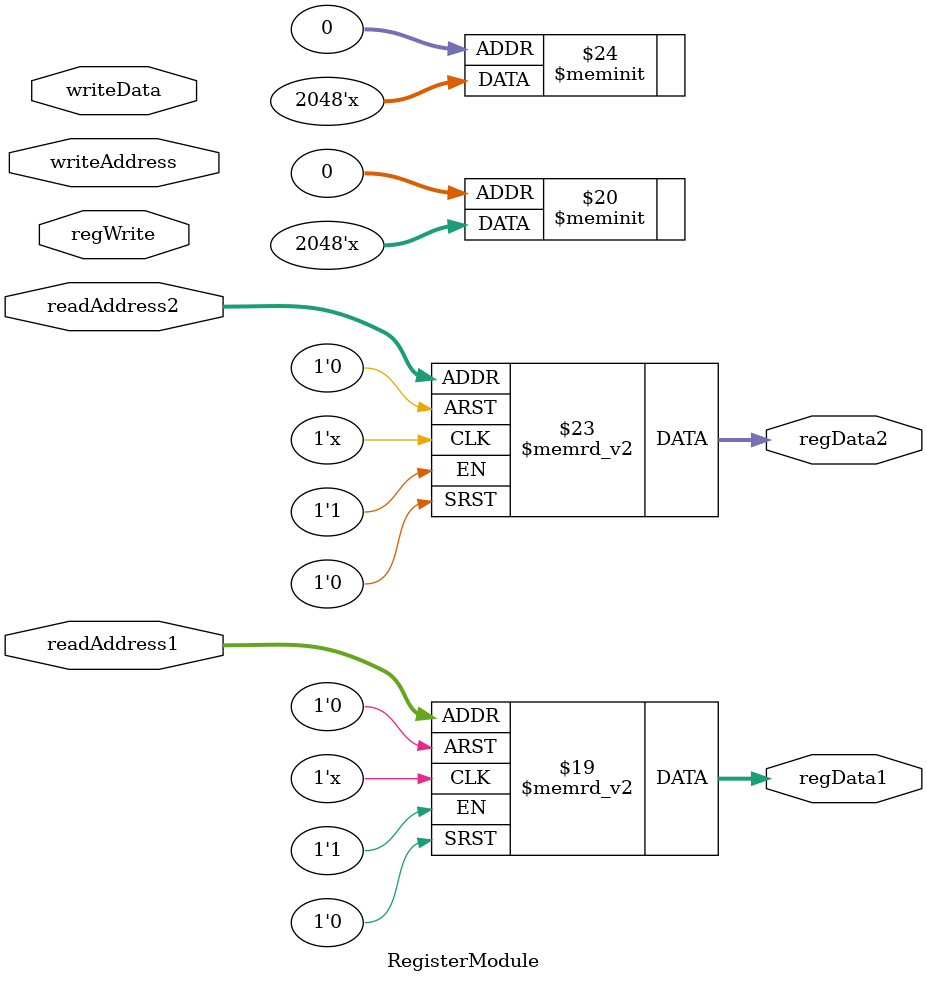
<source format=v>
module RegisterModule
(	
  input [4:0] readAddress1,
  input [4:0] readAddress2,
  input [4:0] writeAddress,
  input [63:0] writeData,
  input regWrite,
  output reg [63:0] regData1,
  output reg [63:0] regData2
);

  reg [63:0] registerData[31:0];

  initial begin
	 registerData[31] <= 64'b0;
	 registerData[1] <= 64'd16;
	 registerData[2] <= 64'd12;
	 registerData[3] <= 64'd3;
	 registerData[4] <= 64'd4;
	 registerData[5] <= 64'd5;
	 registerData[6] <= 64'd6;
  end

  always @(*) begin

    regData1 <= registerData[readAddress1];
    regData2 <= registerData[readAddress2];

    if (regWrite == 1) begin
      registerData[writeAddress] <= writeData;
    end
  end
endmodule

</source>
